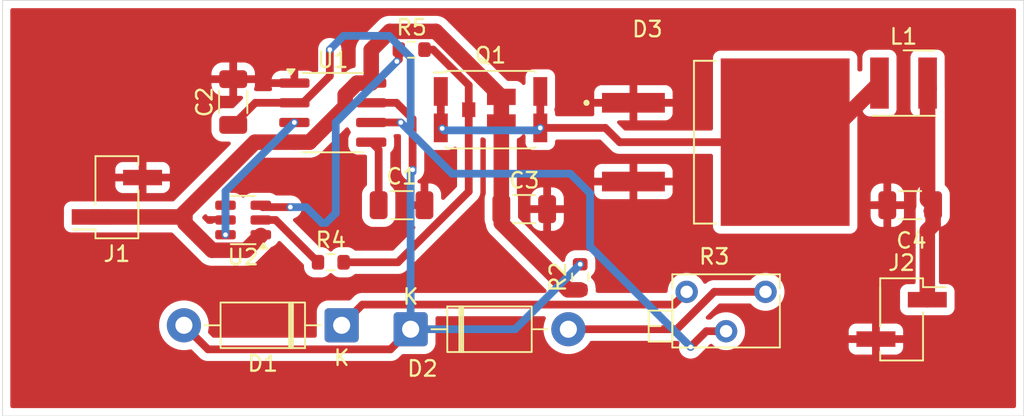
<source format=kicad_pcb>
(kicad_pcb (version 20241229) (generator "pcbnew") (generator_version "9.0")
  (layers (0 "F.Cu" signal) (2 "B.Cu" signal) (13 "F.Paste" user) (15 "B.Paste" user) (5 "F.SilkS" user "F.Silkscreen") (7 "B.SilkS" user "B.Silkscreen") (1 "F.Mask" user) (3 "B.Mask" user) (25 "Edge.Cuts" user))
  (net 0 "")
  (net 1 "GND")
  (net 2 "Net-(U1-CV)")
  (net 3 "Net-(U1-THR)")
  (net 4 "VCC")
  (net 5 "Net-(J2-Pin_1)")
  (net 6 "Net-(D1-K)")
  (net 7 "Net-(D1-A)")
  (net 8 "Net-(D2-A)")
  (net 9 "Net-(Q1-D)")
  (net 10 "gate")
  (net 11 "Net-(U2-OUTH)")
  (net 12 "Net-(U2-OUTL)")
  (net 13 "o{slash}p")
  (footprint "Capacitor_SMD:C_1206_3216Metric" (layer "F.Cu") (at 153.416 117.045 90)
    (property "Reference" "C2" (at 0 -1.85 90) (layer "F.SilkS"))
    (property "Value" "0.1nf")
    (fp_line (start -0.711252 -0.91) (end 0.711252 -0.91) (stroke (width 0.12)) (layer "F.SilkS"))
    (fp_line (start -0.711252 0.91) (end 0.711252 0.91) (stroke (width 0.12)) (layer "F.SilkS"))
    (pad "1" smd roundrect (at -1.475 0 90) (size 1.15 1.8) (layers "F.Cu" "F.Mask" "F.Paste") (roundrect_rratio 0.217391) (net 3 "Net-(U1-THR)"))
    (pad "2" smd roundrect (at 1.475 0 90) (size 1.15 1.8) (layers "F.Cu" "F.Mask" "F.Paste") (roundrect_rratio 0.217391) (net 1 "GND"))
  )
  (footprint "Diode_THT:D_DO-41_SOD81_P10.16mm_Horizontal" (layer "F.Cu") (at 164.846 131.699)
    (property "Reference" "D2" (at 0.762 2.54 0) (layer "F.SilkS"))
    (property "Value" "1N4001")
    (fp_line (start 1.34 0) (end 2.36 0) (stroke (width 0.12)) (layer "F.SilkS"))
    (fp_line (start 3.14 -1.47) (end 3.14 1.47) (stroke (width 0.12)) (layer "F.SilkS"))
    (fp_line (start 3.26 -1.47) (end 3.26 1.47) (stroke (width 0.12)) (layer "F.SilkS"))
    (fp_line (start 3.38 -1.47) (end 3.38 1.47) (stroke (width 0.12)) (layer "F.SilkS"))
    (fp_line (start 8.82 0) (end 7.8 0) (stroke (width 0.12)) (layer "F.SilkS"))
    (fp_rect (start 2.36 -1.47) (end 7.8 1.47) (stroke (width 0.12)) (fill no) (layer "F.SilkS"))
    (fp_text user "K" (at 0 -2.1 0) (layer "F.SilkS"))
    (pad "1" thru_hole roundrect (at 0 0) (size 2.2 2.2) (drill 1.1) (layers "*.Cu" "*.Mask") (roundrect_rratio 0.113636) (net 7 "Net-(D1-A)"))
    (pad "2" thru_hole circle (at 10.16 0) (size 2.2 2.2) (drill 1.1) (layers "*.Cu" "*.Mask") (net 8 "Net-(D2-A)"))
  )
  (footprint "Connector_PinHeader_2.54mm:PinHeader_1x02_P2.54mm_Vertical_SMD_Pin1Right" (layer "F.Cu") (at 196.473 131.064)
    (property "Reference" "J2" (at 0 -3.65 0) (layer "F.SilkS"))
    (property "Value" "Conn_01x02_Socket")
    (fp_line (start -1.38 -2.65) (end -1.38 0.46) (stroke (width 0.12)) (layer "F.SilkS"))
    (fp_line (start -1.38 -2.65) (end 1.38 -2.65) (stroke (width 0.12)) (layer "F.SilkS"))
    (fp_line (start -1.38 -2.08) (end -1.38 0.46) (stroke (width 0.12)) (layer "F.SilkS"))
    (fp_line (start -1.38 2.08) (end -1.38 2.65) (stroke (width 0.12)) (layer "F.SilkS"))
    (fp_line (start -1.38 2.65) (end 1.38 2.65) (stroke (width 0.12)) (layer "F.SilkS"))
    (fp_line (start 1.38 -2.65) (end 1.38 -2.08) (stroke (width 0.12)) (layer "F.SilkS"))
    (fp_line (start 1.38 -2.08) (end 2.85 -2.08) (stroke (width 0.12)) (layer "F.SilkS"))
    (fp_line (start 1.38 -0.46) (end 1.38 2.65) (stroke (width 0.12)) (layer "F.SilkS"))
    (pad "1" smd rect (at 1.655 -1.27) (size 2.51 1) (layers "F.Cu" "F.Mask" "F.Paste") (net 5 "Net-(J2-Pin_1)"))
    (pad "2" smd rect (at -1.655 1.27) (size 2.51 1) (layers "F.Cu" "F.Mask" "F.Paste") (net 1 "GND"))
  )
  (footprint "Resistor_SMD:R_0603_1608Metric" (layer "F.Cu") (at 159.703 127.381)
    (property "Reference" "R4" (at 0 -1.43 0) (layer "F.SilkS"))
    (property "Value" "3")
    (fp_line (start -0.237258 -0.5225) (end 0.237258 -0.5225) (stroke (width 0.12)) (layer "F.SilkS"))
    (fp_line (start -0.237258 0.5225) (end 0.237258 0.5225) (stroke (width 0.12)) (layer "F.SilkS"))
    (pad "1" smd roundrect (at -0.825 0) (size 0.8 0.95) (layers "F.Cu" "F.Mask" "F.Paste") (net 11 "Net-(U2-OUTH)"))
    (pad "2" smd roundrect (at 0.825 0) (size 0.8 0.95) (layers "F.Cu" "F.Mask" "F.Paste") (net 10 "gate"))
  )
  (footprint "Resistor_SMD:R_0603_1608Metric" (layer "F.Cu") (at 164.91 113.665)
    (property "Reference" "R5" (at 0 -1.43 0) (layer "F.SilkS"))
    (property "Value" "5")
    (fp_line (start -0.237258 -0.5225) (end 0.237258 -0.5225) (stroke (width 0.12)) (layer "F.SilkS"))
    (fp_line (start -0.237258 0.5225) (end 0.237258 0.5225) (stroke (width 0.12)) (layer "F.SilkS"))
    (pad "1" smd roundrect (at -0.825 0) (size 0.8 0.95) (layers "F.Cu" "F.Mask" "F.Paste") (net 12 "Net-(U2-OUTL)"))
    (pad "2" smd roundrect (at 0.825 0) (size 0.8 0.95) (layers "F.Cu" "F.Mask" "F.Paste") (net 10 "gate"))
  )
  (footprint "MBRS20100CT:DIO_MBRS20100CT" (layer "F.Cu") (at 185.147 119.634)
    (property "Reference" "D3" (at -5.05 -7.285 0) (layer "F.SilkS"))
    (property "Value" "MBRS20100CT")
    (fp_line (start -2.05 -5.25) (end -0.645 -5.25) (stroke (width 0.127)) (layer "F.SilkS"))
    (fp_line (start -2.05 5.25) (end -2.05 -5.25) (stroke (width 0.127)) (layer "F.SilkS"))
    (fp_line (start -0.645 5.25) (end -2.05 5.25) (stroke (width 0.127)) (layer "F.SilkS"))
    (fp_circle (center -8.975 -2.54) (end -8.875 -2.54) (stroke (width 0.2)) (fill no) (layer "F.SilkS"))
    (pad "1" smd rect (at -5.95 -2.54) (size 4.05 1.27) (layers "F.Cu" "F.Mask" "F.Paste") (net 1 "GND"))
    (pad "2" smd rect (at -5.95 2.54) (size 4.05 1.27) (layers "F.Cu" "F.Mask" "F.Paste") (net 1 "GND"))
    (pad "3" smd rect (at 3.825 0) (size 8.3 10.8) (layers "F.Cu" "F.Mask") (net 9 "Net-(Q1-D)"))
  )
  (footprint "Package_TO_SOT_SMD:SOT-23-6" (layer "F.Cu") (at 154.0565 124.653 180)
    (property "Reference" "U2" (at 0 -2.4 0) (layer "F.SilkS"))
    (property "Value" "UCC27511ADBV")
    (fp_line (start 0 1.56) (end 0.8 1.56) (stroke (width 0.12)) (layer "F.SilkS"))
    (fp_line (start 0 1.56) (end -0.8 1.56) (stroke (width 0.12)) (layer "F.SilkS"))
    (fp_line (start 0 -1.56) (end 0.8 -1.56) (stroke (width 0.12)) (layer "F.SilkS"))
    (fp_line (start 0 -1.56) (end -0.8 -1.56) (stroke (width 0.12)) (layer "F.SilkS"))
    (fp_poly (pts (xy -1.3 -1.51) (xy -1.54 -1.84) (xy -1.06 -1.84)) (stroke (width 0.12)) (fill yes) (layer "F.SilkS"))
    (pad "1" smd roundrect (at -1.1375 -0.95 180) (size 1.325 0.6) (layers "F.Cu" "F.Mask" "F.Paste") (net 4 "VCC"))
    (pad "2" smd roundrect (at -1.1375 0 180) (size 1.325 0.6) (layers "F.Cu" "F.Mask" "F.Paste") (net 11 "Net-(U2-OUTH)"))
    (pad "3" smd roundrect (at -1.1375 0.95 180) (size 1.325 0.6) (layers "F.Cu" "F.Mask" "F.Paste") (net 12 "Net-(U2-OUTL)"))
    (pad "4" smd roundrect (at 1.1375 0.95 180) (size 1.325 0.6) (layers "F.Cu" "F.Mask" "F.Paste") (net 1 "GND"))
    (pad "5" smd roundrect (at 1.1375 0 180) (size 1.325 0.6) (layers "F.Cu" "F.Mask" "F.Paste") (net 1 "GND"))
    (pad "6" smd roundrect (at 1.1375 -0.95 180) (size 1.325 0.6) (layers "F.Cu" "F.Mask" "F.Paste") (net 13 "o{slash}p"))
  )
  (footprint "Potentiometer_THT:Potentiometer_Bourns_3266X_Horizontal" (layer "F.Cu") (at 187.706 129.286)
    (property "Reference" "R3" (at -3.3 -2.27 0) (layer "F.SilkS"))
    (property "Value" "3.6")
    (fp_line (start -7.525 1.21) (end -6.005 1.21) (stroke (width 0.12)) (layer "F.SilkS"))
    (fp_line (start -7.525 2.21) (end -6.765 2.21) (stroke (width 0.12)) (layer "F.SilkS"))
    (fp_line (start -7.525 3.21) (end -7.525 1.21) (stroke (width 0.12)) (layer "F.SilkS"))
    (fp_line (start -6.005 -1.13) (end 0.925 -1.13) (stroke (width 0.12)) (layer "F.SilkS"))
    (fp_line (start -6.005 -0.217) (end -6.005 -1.13) (stroke (width 0.12)) (layer "F.SilkS"))
    (fp_line (start -6.005 1.21) (end -6.005 3.21) (stroke (width 0.12)) (layer "F.SilkS"))
    (fp_line (start -6.005 3.21) (end -7.525 3.21) (stroke (width 0.12)) (layer "F.SilkS"))
    (fp_line (start -6.005 3.59) (end -6.005 0.217) (stroke (width 0.12)) (layer "F.SilkS"))
    (fp_line (start 0.925 -1.13) (end 0.925 -0.217) (stroke (width 0.12)) (layer "F.SilkS"))
    (fp_line (start 0.925 0.217) (end 0.925 3.59) (stroke (width 0.12)) (layer "F.SilkS"))
    (fp_line (start 0.925 3.59) (end -6.005 3.59) (stroke (width 0.12)) (layer "F.SilkS"))
    (pad "1" thru_hole circle (at 0 0) (size 1.44 1.44) (drill 0.8) (layers "*.Cu" "*.Mask") (net 8 "Net-(D2-A)"))
    (pad "2" thru_hole circle (at -2.54 2.54) (size 1.44 1.44) (drill 0.8) (layers "*.Cu" "*.Mask") (net 3 "Net-(U1-THR)"))
    (pad "3" thru_hole circle (at -5.08 0) (size 1.44 1.44) (drill 0.8) (layers "*.Cu" "*.Mask") (net 6 "Net-(D1-K)"))
  )
  (footprint "Connector_PinHeader_2.54mm:PinHeader_1x02_P2.54mm_Vertical_SMD_Pin1Right" (layer "F.Cu") (at 145.923 123.186 180)
    (property "Reference" "J1" (at 0 -3.65 0) (layer "F.SilkS"))
    (property "Value" "Conn_01x02_Socket")
    (fp_line (start 1.38 -0.46) (end 1.38 2.65) (stroke (width 0.12)) (layer "F.SilkS"))
    (fp_line (start 1.38 -2.08) (end 2.85 -2.08) (stroke (width 0.12)) (layer "F.SilkS"))
    (fp_line (start 1.38 -2.65) (end 1.38 -2.08) (stroke (width 0.12)) (layer "F.SilkS"))
    (fp_line (start -1.38 2.65) (end 1.38 2.65) (stroke (width 0.12)) (layer "F.SilkS"))
    (fp_line (start -1.38 2.08) (end -1.38 2.65) (stroke (width 0.12)) (layer "F.SilkS"))
    (fp_line (start -1.38 -2.08) (end -1.38 0.46) (stroke (width 0.12)) (layer "F.SilkS"))
    (fp_line (start -1.38 -2.65) (end 1.38 -2.65) (stroke (width 0.12)) (layer "F.SilkS"))
    (fp_line (start -1.38 -2.65) (end -1.38 0.46) (stroke (width 0.12)) (layer "F.SilkS"))
    (pad "1" smd rect (at 1.655 -1.27 180) (size 2.51 1) (layers "F.Cu" "F.Mask" "F.Paste") (net 4 "VCC"))
    (pad "2" smd rect (at -1.655 1.27 180) (size 2.51 1) (layers "F.Cu" "F.Mask" "F.Paste") (net 1 "GND"))
  )
  (footprint "Capacitor_SMD:C_1206_3216Metric" (layer "F.Cu") (at 197.026 123.698 180)
    (property "Reference" "C4" (at -0.078 -2.286 0) (layer "F.SilkS"))
    (property "Value" "15uf")
    (fp_line (start -0.711252 0.91) (end 0.711252 0.91) (stroke (width 0.12)) (layer "F.SilkS"))
    (fp_line (start -0.711252 -0.91) (end 0.711252 -0.91) (stroke (width 0.12)) (layer "F.SilkS"))
    (pad "1" smd roundrect (at -1.475 0 180) (size 1.15 1.8) (layers "F.Cu" "F.Mask" "F.Paste") (roundrect_rratio 0.217391) (net 5 "Net-(J2-Pin_1)"))
    (pad "2" smd roundrect (at 1.475 0 180) (size 1.15 1.8) (layers "F.Cu" "F.Mask" "F.Paste") (roundrect_rratio 0.217391) (net 1 "GND"))
  )
  (footprint "Capacitor_SMD:C_1206_3216Metric" (layer "F.Cu") (at 164.26 123.698)
    (property "Reference" "C1" (at 0 -1.85 0) (layer "F.SilkS"))
    (property "Value" "0.01uf")
    (fp_line (start -0.711252 -0.91) (end 0.711252 -0.91) (stroke (width 0.12)) (layer "F.SilkS"))
    (fp_line (start -0.711252 0.91) (end 0.711252 0.91) (stroke (width 0.12)) (layer "F.SilkS"))
    (pad "1" smd roundrect (at -1.475 0) (size 1.15 1.8) (layers "F.Cu" "F.Mask" "F.Paste") (roundrect_rratio 0.217391) (net 2 "Net-(U1-CV)"))
    (pad "2" smd roundrect (at 1.475 0) (size 1.15 1.8) (layers "F.Cu" "F.Mask" "F.Paste") (roundrect_rratio 0.217391) (net 1 "GND"))
  )
  (footprint "Package_DirectFET:DirectFET_MT" (layer "F.Cu") (at 169.993 117.538)
    (property "Reference" "Q1" (at 0 -3.5 0) (layer "F.SilkS"))
    (property "Value" "IRF6618")
    (fp_line (start -3.65 -2.4) (end -2.9 -2.4) (stroke (width 0.12)) (layer "F.SilkS"))
    (fp_line (start -2.9 -2.4) (end -2.8 -2.5) (stroke (width 0.12)) (layer "F.SilkS"))
    (fp_line (start -2.8 -2.5) (end 2.8 -2.5) (stroke (width 0.12)) (layer "F.SilkS"))
    (fp_line (start -2.8 2.5) (end -2.9 2.4) (stroke (width 0.12)) (layer "F.SilkS"))
    (fp_line (start 2.8 -2.5) (end 2.9 -2.4) (stroke (width 0.12)) (layer "F.SilkS"))
    (fp_line (start 2.8 2.5) (end -2.8 2.5) (stroke (width 0.12)) (layer "F.SilkS"))
    (fp_line (start 2.9 2.4) (end 2.8 2.5) (stroke (width 0.12)) (layer "F.SilkS"))
    (pad "1" smd rect (at -3.205 -1.175) (size 0.9 1.85) (layers "F.Cu" "F.Mask" "F.Paste") (net 9 "Net-(Q1-D)"))
    (pad "1" smd rect (at -3.205 1.175) (size 0.9 1.85) (layers "F.Cu" "F.Mask" "F.Paste") (net 9 "Net-(Q1-D)"))
    (pad "1" smd rect (at 3.205 -1.175) (size 0.9 1.85) (layers "F.Cu" "F.Mask" "F.Paste") (net 9 "Net-(Q1-D)"))
    (pad "1" smd rect (at 3.205 1.175) (size 0.9 1.85) (layers "F.Cu" "F.Mask" "F.Paste") (net 9 "Net-(Q1-D)"))
    (pad "2" smd rect (at -1.405 0) (size 0.85 0.95) (layers "F.Cu" "F.Mask" "F.Paste") (net 10 "gate"))
    (pad "3" smd rect (at 0.695 -0.825) (size 1.85 1.05) (layers "F.Cu" "F.Mask" "F.Paste") (net 4 "VCC"))
    (pad "3" smd rect (at 0.695 0.825) (size 1.85 1.05) (layers "F.Cu" "F.Mask" "F.Paste") (net 4 "VCC"))
  )
  (footprint "Resistor_SMD:R_0603_1608Metric" (layer "F.Cu") (at 175.768 128.334 90)
    (property "Reference" "R2" (at 0 -1.43 90) (layer "F.SilkS"))
    (property "Value" "3.6")
    (fp_line (start -0.237258 -0.5225) (end 0.237258 -0.5225) (stroke (width 0.12)) (layer "F.SilkS"))
    (fp_line (start -0.237258 0.5225) (end 0.237258 0.5225) (stroke (width 0.12)) (layer "F.SilkS"))
    (pad "1" smd roundrect (at -0.825 0 90) (size 0.8 0.95) (layers "F.Cu" "F.Mask" "F.Paste") (net 4 "VCC"))
    (pad "2" smd roundrect (at 0.825 0 90) (size 0.8 0.95) (layers "F.Cu" "F.Mask" "F.Paste") (net 7 "Net-(D1-A)"))
  )
  (footprint "Inductor_SMD_Wurth:L_Wurth_WE-LQSH-4020" (layer "F.Cu") (at 196.596 115.824)
    (property "Reference" "L1" (at 0 -3 0) (layer "F.SilkS"))
    (property "Value" "12uH")
    (fp_line (start -2 2.11) (end 2 2.11) (stroke (width 0.12)) (layer "F.SilkS"))
    (fp_line (start 0 -2.11) (end 2 -2.11) (stroke (width 0.12)) (layer "F.SilkS"))
    (pad "1" smd rect (at -1.55 0) (size 1.2 3.3) (layers "F.Cu" "F.Mask" "F.Paste") (net 9 "Net-(Q1-D)"))
    (pad "2" smd rect (at 1.55 0) (size 1.2 3.3) (layers "F.Cu" "F.Mask" "F.Paste") (net 5 "Net-(J2-Pin_1)"))
  )
  (footprint "Package_SO:SOIC-8_3.9x4.9mm_P1.27mm" (layer "F.Cu") (at 159.831 117.729)
    (property "Reference" "U1" (at 0 -3.4 0) (layer "F.SilkS"))
    (property "Value" "NA555D")
    (fp_line (start 0 -2.56) (end -1.95 -2.56) (stroke (width 0.12)) (layer "F.SilkS"))
    (fp_line (start 0 -2.56) (end 1.95 -2.56) (stroke (width 0.12)) (layer "F.SilkS"))
    (fp_line (start 0 2.56) (end -1.95 2.56) (stroke (width 0.12)) (layer "F.SilkS"))
    (fp_line (start 0 2.56) (end 1.95 2.56) (stroke (width 0.12)) (layer "F.SilkS"))
    (fp_poly (pts (xy -2.7 -2.465) (xy -2.94 -2.795) (xy -2.46 -2.795)) (stroke (width 0.12)) (fill yes) (layer "F.SilkS"))
    (pad "1" smd roundrect (at -2.475 -1.905) (size 1.95 0.6) (layers "F.Cu" "F.Mask" "F.Paste") (net 1 "GND"))
    (pad "2" smd roundrect (at -2.475 -0.635) (size 1.95 0.6) (layers "F.Cu" "F.Mask" "F.Paste") (net 3 "Net-(U1-THR)"))
    (pad "3" smd roundrect (at -2.475 0.635) (size 1.95 0.6) (layers "F.Cu" "F.Mask" "F.Paste") (net 13 "o{slash}p"))
    (pad "4" smd roundrect (at -2.475 1.905) (size 1.95 0.6) (layers "F.Cu" "F.Mask" "F.Paste") (net 4 "VCC"))
    (pad "5" smd roundrect (at 2.475 1.905) (size 1.95 0.6) (layers "F.Cu" "F.Mask" "F.Paste") (net 2 "Net-(U1-CV)"))
    (pad "6" smd roundrect (at 2.475 0.635) (size 1.95 0.6) (layers "F.Cu" "F.Mask" "F.Paste") (net 3 "Net-(U1-THR)"))
    (pad "7" smd roundrect (at 2.475 -0.635) (size 1.95 0.6) (layers "F.Cu" "F.Mask" "F.Paste") (net 7 "Net-(D1-A)"))
    (pad "8" smd roundrect (at 2.475 -1.905) (size 1.95 0.6) (layers "F.Cu" "F.Mask" "F.Paste") (net 4 "VCC"))
  )
  (footprint "Capacitor_SMD:C_1206_3216Metric" (layer "F.Cu") (at 172.163 123.952)
    (property "Reference" "C3" (at 0 -1.85 0) (layer "F.SilkS"))
    (property "Value" "47uf")
    (fp_line (start -0.711252 -0.91) (end 0.711252 -0.91) (stroke (width 0.12)) (layer "F.SilkS"))
    (fp_line (start -0.711252 0.91) (end 0.711252 0.91) (stroke (width 0.12)) (layer "F.SilkS"))
    (pad "1" smd roundrect (at -1.475 0) (size 1.15 1.8) (layers "F.Cu" "F.Mask" "F.Paste") (roundrect_rratio 0.217391) (net 4 "VCC"))
    (pad "2" smd roundrect (at 1.475 0) (size 1.15 1.8) (layers "F.Cu" "F.Mask" "F.Paste") (roundrect_rratio 0.217391) (net 1 "GND"))
  )
  (footprint "Diode_THT:D_DO-41_SOD81_P10.16mm_Horizontal" (layer "F.Cu") (at 160.401 131.445 180)
    (property "Reference" "D1" (at 5.08 -2.47 0) (layer "F.SilkS"))
    (property "Value" "1N4001")
    (fp_line (start 8.82 0) (end 7.8 0) (stroke (width 0.12)) (layer "F.SilkS"))
    (fp_line (start 3.38 -1.47) (end 3.38 1.47) (stroke (width 0.12)) (layer "F.SilkS"))
    (fp_line (start 3.26 -1.47) (end 3.26 1.47) (stroke (width 0.12)) (layer "F.SilkS"))
    (fp_line (start 3.14 -1.47) (end 3.14 1.47) (stroke (width 0.12)) (layer "F.SilkS"))
    (fp_line (start 1.34 0) (end 2.36 0) (stroke (width 0.12)) (layer "F.SilkS"))
    (fp_rect (start 2.36 -1.47) (end 7.8 1.47) (stroke (width 0.12)) (fill no) (layer "F.SilkS"))
    (fp_text user "K" (at 0 -2.1 0) (layer "F.SilkS"))
    (pad "1" thru_hole roundrect (at 0 0 180) (size 2.2 2.2) (drill 1.1) (layers "*.Cu" "*.Mask") (roundrect_rratio 0.113636) (net 6 "Net-(D1-K)"))
    (pad "2" thru_hole circle (at 10.16 0 180) (size 2.2 2.2) (drill 1.1) (layers "*.Cu" "*.Mask") (net 7 "Net-(D1-A)"))
  )
  (gr_rect (start 138.557 110.49) (end 204.343 137.287) (stroke (width 0.05)) (fill no) (layer "Edge.Cuts"))
  (segment (start 162.785 123.698) (end 162.785 120.113) (width 0.5) (layer "F.Cu") (net 2))
  (segment (start 162.785 120.113) (end 162.306 119.634) (width 0.5) (layer "F.Cu") (net 2))
  (segment (start 157.9151 117.094) (end 159.639 115.3701) (width 0.5) (layer "F.Cu") (net 3))
  (segment (start 154.842 117.094) (end 157.356 117.094) (width 0.5) (layer "F.Cu") (net 3))
  (segment (start 153.416 118.52) (end 154.842 117.094) (width 0.5) (layer "F.Cu") (net 3))
  (segment (start 185.166 131.826) (end 183.896 131.826) (width 0.5) (layer "F.Cu") (net 3))
  (segment (start 159.639 115.3701) (end 159.639 113.665) (width 0.5) (layer "F.Cu") (net 3))
  (segment (start 183.896 131.826) (end 182.88 132.842) (width 0.5) (layer "F.Cu") (net 3))
  (segment (start 157.356 117.094) (end 157.9151 117.094) (width 0.5) (layer "F.Cu") (net 3))
  (segment (start 164.211 118.364) (end 162.306 118.364) (width 0.5) (layer "F.Cu") (net 3))
  (via (at 159.639 113.665) (size 0.4) (drill 0.3) (layers "F.Cu" "B.Cu") (net 3))
  (via (at 182.88 132.842) (size 0.4) (drill 0.3) (layers "F.Cu" "B.Cu") (net 3))
  (via (at 164.211 118.364) (size 0.4) (drill 0.3) (layers "F.Cu" "B.Cu") (net 3))
  (segment (start 159.639 113.665) (end 160.528 112.776) (width 0.5) (layer "B.Cu") (net 3))
  (segment (start 164.846 118.618) (end 164.6555 118.8085) (width 0.5) (layer "B.Cu") (net 3))
  (segment (start 160.528 112.776) (end 163.449 112.776) (width 0.5) (layer "B.Cu") (net 3))
  (segment (start 176.403 126.365) (end 176.403 122.936) (width 0.5) (layer "B.Cu") (net 3))
  (segment (start 164.846 114.173) (end 164.846 118.618) (width 0.5) (layer "B.Cu") (net 3))
  (segment (start 182.88 132.842) (end 176.403 126.365) (width 0.5) (layer "B.Cu") (net 3))
  (segment (start 164.6555 118.8085) (end 164.211 118.364) (width 0.5) (layer "B.Cu") (net 3))
  (segment (start 173.99 121.666) (end 167.513 121.666) (width 0.5) (layer "B.Cu") (net 3))
  (segment (start 175.133 121.666) (end 173.99 121.666) (width 0.5) (layer "B.Cu") (net 3))
  (segment (start 176.403 122.936) (end 175.133 121.666) (width 0.5) (layer "B.Cu") (net 3))
  (segment (start 167.513 121.666) (end 164.6555 118.8085) (width 0.5) (layer "B.Cu") (net 3))
  (segment (start 163.449 112.776) (end 164.846 114.173) (width 0.5) (layer "B.Cu") (net 3))
  (segment (start 144.268 124.456) (end 149.994 124.456) (width 1) (layer "F.Cu") (net 4))
  (segment (start 166.464 112.489) (end 170.688 116.713) (width 1) (layer "F.Cu") (net 4))
  (segment (start 162.306 113.689252) (end 163.506252 112.489) (width 1) (layer "F.Cu") (net 4))
  (segment (start 162.306 115.824) (end 162.306 113.689252) (width 1) (layer "F.Cu") (net 4))
  (segment (start 160.63 116.587348) (end 161.393348 115.824) (width 1) (layer "F.Cu") (net 4))
  (segment (start 170.688 116.713) (end 170.688 123.952) (width 1) (layer "F.Cu") (net 4))
  (segment (start 161.393348 115.824) (end 162.306 115.824) (width 1) (layer "F.Cu") (net 4))
  (segment (start 150.306 124.144) (end 150.306 124.860152) (width 1) (layer "F.Cu") (net 4))
  (segment (start 150.306 124.144) (end 154.816 119.634) (width 1) (layer "F.Cu") (net 4))
  (segment (start 149.994 124.456) (end 150.306 124.144) (width 1) (layer "F.Cu") (net 4))
  (segment (start 160.63 117.334999) (end 160.63 116.587348) (width 1) (layer "F.Cu") (net 4))
  (segment (start 154.244 126.604) (end 155.194 125.654) (width 1) (layer "F.Cu") (net 4))
  (segment (start 163.506252 112.489) (end 166.464 112.489) (width 1) (layer "F.Cu") (net 4))
  (segment (start 154.816 119.634) (end 157.356 119.634) (width 1) (layer "F.Cu") (net 4))
  (segment (start 150.306 124.860152) (end 152.049848 126.604) (width 1) (layer "F.Cu") (net 4))
  (segment (start 157.356 119.634) (end 158.330999 119.634) (width 1) (layer "F.Cu") (net 4))
  (segment (start 158.330999 119.634) (end 160.63 117.334999) (width 1) (layer "F.Cu") (net 4))
  (segment (start 170.688 123.952) (end 170.688 124.852) (width 1) (layer "F.Cu") (net 4))
  (segment (start 174.995 129.159) (end 175.768 129.159) (width 1) (layer "F.Cu") (net 4))
  (segment (start 152.049848 126.604) (end 154.244 126.604) (width 1) (layer "F.Cu") (net 4))
  (segment (start 170.688 124.852) (end 174.995 129.159) (width 1) (layer "F.Cu") (net 4))
  (segment (start 198.146 123.343) (end 198.501 123.698) (width 1) (layer "F.Cu") (net 5))
  (segment (start 198.146 115.824) (end 198.146 123.343) (width 1) (layer "F.Cu") (net 5))
  (segment (start 198.501 116.179) (end 198.146 115.824) (width 0.5) (layer "F.Cu") (net 5))
  (segment (start 198.128 124.071) (end 198.501 123.698) (width 0.5) (layer "F.Cu") (net 5))
  (segment (start 198.501 124.968) (end 198.128 125.341) (width 1) (layer "F.Cu") (net 5))
  (segment (start 198.501 123.698) (end 198.501 124.968) (width 1) (layer "F.Cu") (net 5))
  (segment (start 198.128 125.341) (end 198.128 129.794) (width 1) (layer "F.Cu") (net 5))
  (segment (start 161.736 130.11) (end 181.802 130.11) (width 0.5) (layer "F.Cu") (net 6))
  (segment (start 181.802 130.11) (end 182.626 129.286) (width 0.5) (layer "F.Cu") (net 6))
  (segment (start 160.401 131.445) (end 161.736 130.11) (width 0.5) (layer "F.Cu") (net 6))
  (segment (start 163.932364 117.094) (end 164.973 118.134636) (width 0.5) (layer "F.Cu") (net 7))
  (segment (start 150.241 131.445) (end 151.792 132.996) (width 0.5) (layer "F.Cu") (net 7))
  (segment (start 163.549 132.996) (end 164.846 131.699) (width 0.5) (layer "F.Cu") (net 7))
  (segment (start 162.306 117.094) (end 163.932364 117.094) (width 0.5) (layer "F.Cu") (net 7))
  (segment (start 151.792 132.996) (end 163.549 132.996) (width 0.5) (layer "F.Cu") (net 7))
  (segment (start 164.973 118.134636) (end 164.973 121.412) (width 0.5) (layer "F.Cu") (net 7))
  (via (at 164.973 121.412) (size 0.5) (drill 0.3) (layers "F.Cu" "B.Cu") (net 7))
  (via (at 175.768 127.509) (size 0.4) (drill 0.3) (layers "F.Cu" "B.Cu") (net 7))
  (segment (start 164.846 131.699) (end 171.578 131.699) (width 0.5) (layer "B.Cu") (net 7))
  (segment (start 164.973 121.539) (end 164.846 121.666) (width 0.5) (layer "B.Cu") (net 7))
  (segment (start 164.846 121.666) (end 164.846 131.699) (width 0.5) (layer "B.Cu") (net 7))
  (segment (start 171.578 131.699) (end 175.768 127.509) (width 0.5) (layer "B.Cu") (net 7))
  (segment (start 164.973 121.412) (end 164.973 121.539) (width 0.5) (layer "B.Cu") (net 7))
  (segment (start 181.991 131.699) (end 184.404 129.286) (width 0.5) (layer "F.Cu") (net 8))
  (segment (start 184.404 129.286) (end 187.706 129.286) (width 0.5) (layer "F.Cu") (net 8))
  (segment (start 175.006 131.699) (end 181.991 131.699) (width 0.5) (layer "F.Cu") (net 8))
  (segment (start 191.236 119.634) (end 195.046 115.824) (width 1) (layer "F.Cu") (net 9))
  (segment (start 177.387 118.713) (end 173.198 118.713) (width 0.5) (layer "F.Cu") (net 9))
  (segment (start 188.972 119.634) (end 191.236 119.634) (width 1) (layer "F.Cu") (net 9))
  (segment (start 166.846 118.713) (end 166.878 118.745) (width 0.5) (layer "F.Cu") (net 9))
  (segment (start 166.788 118.713) (end 166.788 116.363) (width 0.5) (layer "F.Cu") (net 9))
  (segment (start 178.308 119.634) (end 177.387 118.713) (width 0.5) (layer "F.Cu") (net 9))
  (segment (start 166.788 118.713) (end 166.846 118.713) (width 0.5) (layer "F.Cu") (net 9))
  (segment (start 173.198 118.713) (end 173.198 116.363) (width 0.5) (layer "F.Cu") (net 9))
  (segment (start 188.972 119.634) (end 178.308 119.634) (width 0.5) (layer "F.Cu") (net 9))
  (via (at 173.198 118.713) (size 0.4) (drill 0.3) (layers "F.Cu" "B.Cu") (net 9))
  (via (at 166.878 118.745) (size 0.4) (drill 0.3) (layers "F.Cu" "B.Cu") (net 9))
  (segment (start 166.878 118.745) (end 167.005 118.872) (width 0.5) (layer "B.Cu") (net 9))
  (segment (start 167.005 118.872) (end 173.039 118.872) (width 0.5) (layer "B.Cu") (net 9))
  (segment (start 173.039 118.872) (end 173.198 118.713) (width 0.5) (layer "B.Cu") (net 9))
  (segment (start 168.588 122.818292) (end 168.588 117.538) (width 0.5) (layer "F.Cu") (net 10))
  (segment (start 168.588 115.957918) (end 168.588 117.538) (width 0.5) (layer "F.Cu") (net 10))
  (segment (start 166.295082 113.665) (end 168.588 115.957918) (width 0.5) (layer "F.Cu") (net 10))
  (segment (start 164.025292 127.381) (end 168.588 122.818292) (width 0.5) (layer "F.Cu") (net 10))
  (segment (start 165.735 113.665) (end 166.295082 113.665) (width 0.5) (layer "F.Cu") (net 10))
  (segment (start 160.528 127.381) (end 164.025292 127.381) (width 0.5) (layer "F.Cu") (net 10))
  (segment (start 155.194 124.653) (end 156.15 124.653) (width 0.5) (layer "F.Cu") (net 11))
  (segment (start 156.15 124.653) (end 158.878 127.381) (width 0.5) (layer "F.Cu") (net 11))
  (segment (start 164.085 114.299) (end 163.957 114.427) (width 0.5) (layer "F.Cu") (net 12))
  (segment (start 164.085 113.665) (end 164.085 114.299) (width 0.5) (layer "F.Cu") (net 12))
  (segment (start 155.316 123.825) (end 155.194 123.703) (width 0.5) (layer "F.Cu") (net 12))
  (segment (start 157.099 123.825) (end 155.316 123.825) (width 0.5) (layer "F.Cu") (net 12))
  (via (at 163.957 114.427) (size 0.4) (drill 0.3) (layers "F.Cu" "B.Cu") (net 12))
  (via (at 157.099 123.825) (size 0.4) (drill 0.3) (layers "F.Cu" "B.Cu") (net 12))
  (segment (start 163.957 114.427) (end 160.02 118.364) (width 0.5) (layer "B.Cu") (net 12))
  (segment (start 160.02 118.364) (end 160.02 124.206) (width 0.5) (layer "B.Cu") (net 12))
  (segment (start 159.131 124.841) (end 158.115 123.825) (width 0.5) (layer "B.Cu") (net 12))
  (segment (start 158.115 123.825) (end 157.099 123.825) (width 0.5) (layer "B.Cu") (net 12))
  (segment (start 160.02 124.206) (end 159.385 124.841) (width 0.5) (layer "B.Cu") (net 12))
  (segment (start 159.385 124.841) (end 159.131 124.841) (width 0.5) (layer "B.Cu") (net 12))
  (segment (start 157.356 118.364) (end 157.353 118.364) (width 0.5) (layer "F.Cu") (net 13))
  (via (at 157.353 118.364) (size 0.4) (drill 0.3) (layers "F.Cu" "B.Cu") (net 13))
  (via (at 152.919 125.603) (size 0.4) (drill 0.3) (layers "F.Cu" "B.Cu") (net 13))
  (segment (start 157.353 118.364) (end 152.919 122.798) (width 0.5) (layer "B.Cu") (net 13))
  (segment (start 152.919 122.798) (end 152.919 125.603) (width 0.5) (layer "B.Cu") (net 13))
  (zone (net 1) (net_name "GND") (layer "F.Cu") (connect_pads (clearance 0.5)) (min_thickness 0.25) (fill yes (thermal_gap 0.5) (thermal_bridge_width 0.5))
    (polygon (pts (xy 138.557 110.49) (xy 138.557 137.287) (xy 204.343 137.287) (xy 204.343 110.49)))
  )
)
</source>
